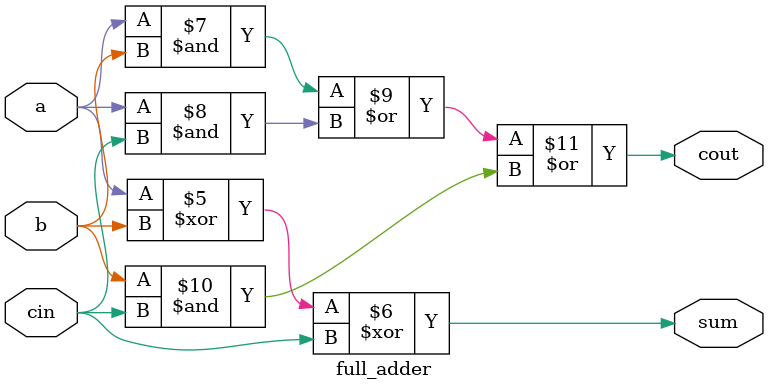
<source format=sv>
module pipelined_wallace (
    input clk,
    input rst_n,
    input valid_in,
    input [15:0] a,
    input [15:0] b,
    output reg valid_out,
    output [31:0] p
);

    // Pipeline control signals
    reg valid_stage1, valid_stage2, valid_stage3, valid_stage4;
    
    // Input registers
    reg [15:0] a_reg, b_reg;
    
    // Stage 1: Partial products generation and first reduction
    wire [15:0] pp[15:0];
    reg [15:0] pp_reg[15:0];
    reg [19:0] s1_sum1, s1_sum2, s1_sum3, s1_sum4, s1_sum5, s1_sum6;
    reg [19:0] s1_carry1, s1_carry2, s1_carry3, s1_carry4, s1_carry5, s1_carry6;
    
    // Stage 2: Second reduction
    reg [23:0] s2_sum1, s2_sum2, s2_sum3;
    reg [23:0] s2_carry1, s2_carry2, s2_carry3;
    
    // Stage 3: Third reduction
    reg [31:0] s3_sum, s3_carry;
    
    // Stage 4: Final addition
    reg [31:0] result;

    // Generate partial products
    genvar i, j;
    generate
        for (i = 0; i < 16; i = i + 1) begin : pp_gen
            for (j = 0; j < 16; j = j + 1) begin : pp_bit
                assign pp[i][j] = a_reg[j] & b_reg[i];
            end
        end
    endgenerate

    // Pipeline stage 1
    always @(posedge clk or negedge rst_n) begin
        if (!rst_n) begin
            valid_stage1 <= 1'b0;
            a_reg <= 16'b0;
            b_reg <= 16'b0;
            for (int k = 0; k < 16; k++) begin
                pp_reg[k] <= 16'b0;
            end
            s1_sum1 <= 20'b0; s1_sum2 <= 20'b0; s1_sum3 <= 20'b0;
            s1_sum4 <= 20'b0; s1_sum5 <= 20'b0; s1_sum6 <= 20'b0;
            s1_carry1 <= 20'b0; s1_carry2 <= 20'b0; s1_carry3 <= 20'b0;
            s1_carry4 <= 20'b0; s1_carry5 <= 20'b0; s1_carry6 <= 20'b0;
        end else begin
            valid_stage1 <= valid_in;
            a_reg <= a;
            b_reg <= b;
            for (int k = 0; k < 16; k++) begin
                pp_reg[k] <= pp[k];
            end
            {s1_carry1, s1_sum1} <= {4'b0, pp_reg[0]} + {3'b0, pp_reg[1], 1'b0} + {2'b0, pp_reg[2], 2'b0};
            {s1_carry2, s1_sum2} <= {4'b0, pp_reg[3]} + {3'b0, pp_reg[4], 1'b0} + {2'b0, pp_reg[5], 2'b0};
            {s1_carry3, s1_sum3} <= {4'b0, pp_reg[6]} + {3'b0, pp_reg[7], 1'b0} + {2'b0, pp_reg[8], 2'b0};
            {s1_carry4, s1_sum4} <= {4'b0, pp_reg[9]} + {3'b0, pp_reg[10], 1'b0} + {2'b0, pp_reg[11], 2'b0};
            {s1_carry5, s1_sum5} <= {4'b0, pp_reg[12]} + {3'b0, pp_reg[13], 1'b0} + {2'b0, pp_reg[14], 2'b0};
            {s1_carry6, s1_sum6} <= {19'b0, pp_reg[15]};
        end
    end

    // Pipeline stage 2
    always @(posedge clk or negedge rst_n) begin
        if (!rst_n) begin
            valid_stage2 <= 1'b0;
            s2_sum1 <= 24'b0; s2_sum2 <= 24'b0; s2_sum3 <= 24'b0;
            s2_carry1 <= 24'b0; s2_carry2 <= 24'b0; s2_carry3 <= 24'b0;
        end else begin
            valid_stage2 <= valid_stage1;
            {s2_carry1, s2_sum1} <= {4'b0, s1_sum1} + {3'b0, s1_sum2, 1'b0} + {2'b0, s1_carry1, 2'b0};
            {s2_carry2, s2_sum2} <= {4'b0, s1_sum3} + {3'b0, s1_sum4, 1'b0} + {2'b0, s1_carry2, 2'b0};
            {s2_carry3, s2_sum3} <= {4'b0, s1_sum5} + {3'b0, s1_sum6, 1'b0} + {2'b0, s1_carry3, 2'b0};
        end
    end

    // Pipeline stage 3
    always @(posedge clk or negedge rst_n) begin
        if (!rst_n) begin
            valid_stage3 <= 1'b0;
            s3_sum <= 32'b0;
            s3_carry <= 32'b0;
        end else begin
            valid_stage3 <= valid_stage2;
            {s3_carry, s3_sum} <= {8'b0, s2_sum1} + {7'b0, s2_sum2, 1'b0} + 
                                 {6'b0, s2_sum3, 2'b0} + {5'b0, s2_carry1, 3'b0} +
                                 {4'b0, s2_carry2, 4'b0} + {3'b0, s2_carry3, 5'b0};
        end
    end

    // Pipeline stage 4
    always @(posedge clk or negedge rst_n) begin
        if (!rst_n) begin
            valid_stage4 <= 1'b0;
            valid_out <= 1'b0;
            result <= 32'b0;
        end else begin
            valid_stage4 <= valid_stage3;
            valid_out <= valid_stage4;
            result <= s3_sum + {s3_carry[30:0], 1'b0};
        end
    end

    assign p = result;
endmodule

module full_adder (
    input a, b, cin,
    output sum, cout
);
    assign sum = a ^ b ^ cin;
    assign cout = (a & b) | (a & cin) | (b & cin);
endmodule
</source>
